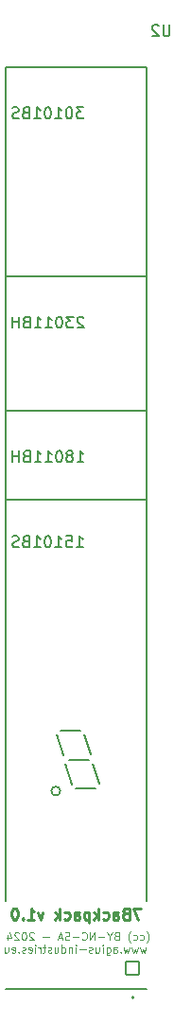
<source format=gbo>
%TF.GenerationSoftware,KiCad,Pcbnew,6.0.11*%
%TF.CreationDate,2024-07-26T21:25:56+01:00*%
%TF.ProjectId,7Backpack,37426163-6b70-4616-936b-2e6b69636164,rev?*%
%TF.SameCoordinates,Original*%
%TF.FileFunction,Legend,Bot*%
%TF.FilePolarity,Positive*%
%FSLAX46Y46*%
G04 Gerber Fmt 4.6, Leading zero omitted, Abs format (unit mm)*
G04 Created by KiCad (PCBNEW 6.0.11) date 2024-07-26 21:25:56*
%MOMM*%
%LPD*%
G01*
G04 APERTURE LIST*
G04 Aperture macros list*
%AMRoundRect*
0 Rectangle with rounded corners*
0 $1 Rounding radius*
0 $2 $3 $4 $5 $6 $7 $8 $9 X,Y pos of 4 corners*
0 Add a 4 corners polygon primitive as box body*
4,1,4,$2,$3,$4,$5,$6,$7,$8,$9,$2,$3,0*
0 Add four circle primitives for the rounded corners*
1,1,$1+$1,$2,$3*
1,1,$1+$1,$4,$5*
1,1,$1+$1,$6,$7*
1,1,$1+$1,$8,$9*
0 Add four rect primitives between the rounded corners*
20,1,$1+$1,$2,$3,$4,$5,0*
20,1,$1+$1,$4,$5,$6,$7,0*
20,1,$1+$1,$6,$7,$8,$9,0*
20,1,$1+$1,$8,$9,$2,$3,0*%
G04 Aperture macros list end*
%ADD10C,0.120000*%
%ADD11C,0.250000*%
%ADD12C,0.150000*%
%ADD13C,0.127000*%
%ADD14C,0.200000*%
%ADD15R,1.700000X1.700000*%
%ADD16O,1.700000X1.700000*%
%ADD17RoundRect,0.102000X0.609000X-0.609000X0.609000X0.609000X-0.609000X0.609000X-0.609000X-0.609000X0*%
%ADD18C,1.422000*%
G04 APERTURE END LIST*
D10*
X111723788Y-130194833D02*
X111757121Y-130161500D01*
X111823788Y-130061500D01*
X111857121Y-129994833D01*
X111890454Y-129894833D01*
X111923788Y-129728166D01*
X111923788Y-129594833D01*
X111890454Y-129428166D01*
X111857121Y-129328166D01*
X111823788Y-129261500D01*
X111757121Y-129161500D01*
X111723788Y-129128166D01*
X111157121Y-129894833D02*
X111223788Y-129928166D01*
X111357121Y-129928166D01*
X111423788Y-129894833D01*
X111457121Y-129861500D01*
X111490454Y-129794833D01*
X111490454Y-129594833D01*
X111457121Y-129528166D01*
X111423788Y-129494833D01*
X111357121Y-129461500D01*
X111223788Y-129461500D01*
X111157121Y-129494833D01*
X110557121Y-129894833D02*
X110623788Y-129928166D01*
X110757121Y-129928166D01*
X110823788Y-129894833D01*
X110857121Y-129861500D01*
X110890454Y-129794833D01*
X110890454Y-129594833D01*
X110857121Y-129528166D01*
X110823788Y-129494833D01*
X110757121Y-129461500D01*
X110623788Y-129461500D01*
X110557121Y-129494833D01*
X110323788Y-130194833D02*
X110290454Y-130161500D01*
X110223788Y-130061500D01*
X110190454Y-129994833D01*
X110157121Y-129894833D01*
X110123788Y-129728166D01*
X110123788Y-129594833D01*
X110157121Y-129428166D01*
X110190454Y-129328166D01*
X110223788Y-129261500D01*
X110290454Y-129161500D01*
X110323788Y-129128166D01*
X109023788Y-129561500D02*
X108923788Y-129594833D01*
X108890454Y-129628166D01*
X108857121Y-129694833D01*
X108857121Y-129794833D01*
X108890454Y-129861500D01*
X108923788Y-129894833D01*
X108990454Y-129928166D01*
X109257121Y-129928166D01*
X109257121Y-129228166D01*
X109023788Y-129228166D01*
X108957121Y-129261500D01*
X108923788Y-129294833D01*
X108890454Y-129361500D01*
X108890454Y-129428166D01*
X108923788Y-129494833D01*
X108957121Y-129528166D01*
X109023788Y-129561500D01*
X109257121Y-129561500D01*
X108423788Y-129594833D02*
X108423788Y-129928166D01*
X108657121Y-129228166D02*
X108423788Y-129594833D01*
X108190454Y-129228166D01*
X107957121Y-129661500D02*
X107423788Y-129661500D01*
X107090454Y-129928166D02*
X107090454Y-129228166D01*
X106690454Y-129928166D01*
X106690454Y-129228166D01*
X105957121Y-129861500D02*
X105990454Y-129894833D01*
X106090454Y-129928166D01*
X106157121Y-129928166D01*
X106257121Y-129894833D01*
X106323788Y-129828166D01*
X106357121Y-129761500D01*
X106390454Y-129628166D01*
X106390454Y-129528166D01*
X106357121Y-129394833D01*
X106323788Y-129328166D01*
X106257121Y-129261500D01*
X106157121Y-129228166D01*
X106090454Y-129228166D01*
X105990454Y-129261500D01*
X105957121Y-129294833D01*
X105657121Y-129661500D02*
X105123788Y-129661500D01*
X104823788Y-129894833D02*
X104723788Y-129928166D01*
X104557121Y-129928166D01*
X104490454Y-129894833D01*
X104457121Y-129861500D01*
X104423788Y-129794833D01*
X104423788Y-129728166D01*
X104457121Y-129661500D01*
X104490454Y-129628166D01*
X104557121Y-129594833D01*
X104690454Y-129561500D01*
X104757121Y-129528166D01*
X104790454Y-129494833D01*
X104823788Y-129428166D01*
X104823788Y-129361500D01*
X104790454Y-129294833D01*
X104757121Y-129261500D01*
X104690454Y-129228166D01*
X104523788Y-129228166D01*
X104423788Y-129261500D01*
X104157121Y-129728166D02*
X103823788Y-129728166D01*
X104223788Y-129928166D02*
X103990454Y-129228166D01*
X103757121Y-129928166D01*
X102990454Y-129661500D02*
X102457121Y-129661500D01*
X101623788Y-129294833D02*
X101590454Y-129261500D01*
X101523788Y-129228166D01*
X101357121Y-129228166D01*
X101290454Y-129261500D01*
X101257121Y-129294833D01*
X101223788Y-129361500D01*
X101223788Y-129428166D01*
X101257121Y-129528166D01*
X101657121Y-129928166D01*
X101223788Y-129928166D01*
X100790454Y-129228166D02*
X100723788Y-129228166D01*
X100657121Y-129261500D01*
X100623788Y-129294833D01*
X100590454Y-129361500D01*
X100557121Y-129494833D01*
X100557121Y-129661500D01*
X100590454Y-129794833D01*
X100623788Y-129861500D01*
X100657121Y-129894833D01*
X100723788Y-129928166D01*
X100790454Y-129928166D01*
X100857121Y-129894833D01*
X100890454Y-129861500D01*
X100923788Y-129794833D01*
X100957121Y-129661500D01*
X100957121Y-129494833D01*
X100923788Y-129361500D01*
X100890454Y-129294833D01*
X100857121Y-129261500D01*
X100790454Y-129228166D01*
X100290454Y-129294833D02*
X100257121Y-129261500D01*
X100190454Y-129228166D01*
X100023788Y-129228166D01*
X99957121Y-129261500D01*
X99923788Y-129294833D01*
X99890454Y-129361500D01*
X99890454Y-129428166D01*
X99923788Y-129528166D01*
X100323788Y-129928166D01*
X99890454Y-129928166D01*
X99290454Y-129461500D02*
X99290454Y-129928166D01*
X99457121Y-129194833D02*
X99623788Y-129694833D01*
X99190454Y-129694833D01*
X111673788Y-130588500D02*
X111540454Y-131055166D01*
X111407121Y-130721833D01*
X111273788Y-131055166D01*
X111140454Y-130588500D01*
X110940454Y-130588500D02*
X110807121Y-131055166D01*
X110673788Y-130721833D01*
X110540454Y-131055166D01*
X110407121Y-130588500D01*
X110207121Y-130588500D02*
X110073788Y-131055166D01*
X109940454Y-130721833D01*
X109807121Y-131055166D01*
X109673788Y-130588500D01*
X109407121Y-130988500D02*
X109373788Y-131021833D01*
X109407121Y-131055166D01*
X109440454Y-131021833D01*
X109407121Y-130988500D01*
X109407121Y-131055166D01*
X108773788Y-131055166D02*
X108773788Y-130688500D01*
X108807121Y-130621833D01*
X108873788Y-130588500D01*
X109007121Y-130588500D01*
X109073788Y-130621833D01*
X108773788Y-131021833D02*
X108840454Y-131055166D01*
X109007121Y-131055166D01*
X109073788Y-131021833D01*
X109107121Y-130955166D01*
X109107121Y-130888500D01*
X109073788Y-130821833D01*
X109007121Y-130788500D01*
X108840454Y-130788500D01*
X108773788Y-130755166D01*
X108140454Y-130588500D02*
X108140454Y-131155166D01*
X108173788Y-131221833D01*
X108207121Y-131255166D01*
X108273788Y-131288500D01*
X108373788Y-131288500D01*
X108440454Y-131255166D01*
X108140454Y-131021833D02*
X108207121Y-131055166D01*
X108340454Y-131055166D01*
X108407121Y-131021833D01*
X108440454Y-130988500D01*
X108473788Y-130921833D01*
X108473788Y-130721833D01*
X108440454Y-130655166D01*
X108407121Y-130621833D01*
X108340454Y-130588500D01*
X108207121Y-130588500D01*
X108140454Y-130621833D01*
X107807121Y-131055166D02*
X107807121Y-130588500D01*
X107807121Y-130355166D02*
X107840454Y-130388500D01*
X107807121Y-130421833D01*
X107773788Y-130388500D01*
X107807121Y-130355166D01*
X107807121Y-130421833D01*
X107173788Y-130588500D02*
X107173788Y-131055166D01*
X107473788Y-130588500D02*
X107473788Y-130955166D01*
X107440454Y-131021833D01*
X107373788Y-131055166D01*
X107273788Y-131055166D01*
X107207121Y-131021833D01*
X107173788Y-130988500D01*
X106873788Y-131021833D02*
X106807121Y-131055166D01*
X106673788Y-131055166D01*
X106607121Y-131021833D01*
X106573788Y-130955166D01*
X106573788Y-130921833D01*
X106607121Y-130855166D01*
X106673788Y-130821833D01*
X106773788Y-130821833D01*
X106840454Y-130788500D01*
X106873788Y-130721833D01*
X106873788Y-130688500D01*
X106840454Y-130621833D01*
X106773788Y-130588500D01*
X106673788Y-130588500D01*
X106607121Y-130621833D01*
X106273788Y-130788500D02*
X105740454Y-130788500D01*
X105407121Y-131055166D02*
X105407121Y-130588500D01*
X105407121Y-130355166D02*
X105440454Y-130388500D01*
X105407121Y-130421833D01*
X105373788Y-130388500D01*
X105407121Y-130355166D01*
X105407121Y-130421833D01*
X105073788Y-130588500D02*
X105073788Y-131055166D01*
X105073788Y-130655166D02*
X105040454Y-130621833D01*
X104973788Y-130588500D01*
X104873788Y-130588500D01*
X104807121Y-130621833D01*
X104773788Y-130688500D01*
X104773788Y-131055166D01*
X104140454Y-131055166D02*
X104140454Y-130355166D01*
X104140454Y-131021833D02*
X104207121Y-131055166D01*
X104340454Y-131055166D01*
X104407121Y-131021833D01*
X104440454Y-130988500D01*
X104473788Y-130921833D01*
X104473788Y-130721833D01*
X104440454Y-130655166D01*
X104407121Y-130621833D01*
X104340454Y-130588500D01*
X104207121Y-130588500D01*
X104140454Y-130621833D01*
X103507121Y-130588500D02*
X103507121Y-131055166D01*
X103807121Y-130588500D02*
X103807121Y-130955166D01*
X103773788Y-131021833D01*
X103707121Y-131055166D01*
X103607121Y-131055166D01*
X103540454Y-131021833D01*
X103507121Y-130988500D01*
X103207121Y-131021833D02*
X103140454Y-131055166D01*
X103007121Y-131055166D01*
X102940454Y-131021833D01*
X102907121Y-130955166D01*
X102907121Y-130921833D01*
X102940454Y-130855166D01*
X103007121Y-130821833D01*
X103107121Y-130821833D01*
X103173788Y-130788500D01*
X103207121Y-130721833D01*
X103207121Y-130688500D01*
X103173788Y-130621833D01*
X103107121Y-130588500D01*
X103007121Y-130588500D01*
X102940454Y-130621833D01*
X102707121Y-130588500D02*
X102440454Y-130588500D01*
X102607121Y-130355166D02*
X102607121Y-130955166D01*
X102573788Y-131021833D01*
X102507121Y-131055166D01*
X102440454Y-131055166D01*
X102207121Y-131055166D02*
X102207121Y-130588500D01*
X102207121Y-130721833D02*
X102173788Y-130655166D01*
X102140454Y-130621833D01*
X102073788Y-130588500D01*
X102007121Y-130588500D01*
X101773788Y-131055166D02*
X101773788Y-130588500D01*
X101773788Y-130355166D02*
X101807121Y-130388500D01*
X101773788Y-130421833D01*
X101740454Y-130388500D01*
X101773788Y-130355166D01*
X101773788Y-130421833D01*
X101173788Y-131021833D02*
X101240454Y-131055166D01*
X101373788Y-131055166D01*
X101440454Y-131021833D01*
X101473788Y-130955166D01*
X101473788Y-130688500D01*
X101440454Y-130621833D01*
X101373788Y-130588500D01*
X101240454Y-130588500D01*
X101173788Y-130621833D01*
X101140454Y-130688500D01*
X101140454Y-130755166D01*
X101473788Y-130821833D01*
X100873788Y-131021833D02*
X100807121Y-131055166D01*
X100673788Y-131055166D01*
X100607121Y-131021833D01*
X100573788Y-130955166D01*
X100573788Y-130921833D01*
X100607121Y-130855166D01*
X100673788Y-130821833D01*
X100773788Y-130821833D01*
X100840454Y-130788500D01*
X100873788Y-130721833D01*
X100873788Y-130688500D01*
X100840454Y-130621833D01*
X100773788Y-130588500D01*
X100673788Y-130588500D01*
X100607121Y-130621833D01*
X100273788Y-130988500D02*
X100240454Y-131021833D01*
X100273788Y-131055166D01*
X100307121Y-131021833D01*
X100273788Y-130988500D01*
X100273788Y-131055166D01*
X99673788Y-131021833D02*
X99740454Y-131055166D01*
X99873788Y-131055166D01*
X99940454Y-131021833D01*
X99973788Y-130955166D01*
X99973788Y-130688500D01*
X99940454Y-130621833D01*
X99873788Y-130588500D01*
X99740454Y-130588500D01*
X99673788Y-130621833D01*
X99640454Y-130688500D01*
X99640454Y-130755166D01*
X99973788Y-130821833D01*
X99040454Y-130588500D02*
X99040454Y-131055166D01*
X99340454Y-130588500D02*
X99340454Y-130955166D01*
X99307121Y-131021833D01*
X99240454Y-131055166D01*
X99140454Y-131055166D01*
X99073788Y-131021833D01*
X99040454Y-130988500D01*
D11*
X111219523Y-127087380D02*
X110552857Y-127087380D01*
X110981428Y-128087380D01*
X109838571Y-127563571D02*
X109695714Y-127611190D01*
X109648095Y-127658809D01*
X109600476Y-127754047D01*
X109600476Y-127896904D01*
X109648095Y-127992142D01*
X109695714Y-128039761D01*
X109790952Y-128087380D01*
X110171904Y-128087380D01*
X110171904Y-127087380D01*
X109838571Y-127087380D01*
X109743333Y-127135000D01*
X109695714Y-127182619D01*
X109648095Y-127277857D01*
X109648095Y-127373095D01*
X109695714Y-127468333D01*
X109743333Y-127515952D01*
X109838571Y-127563571D01*
X110171904Y-127563571D01*
X108743333Y-128087380D02*
X108743333Y-127563571D01*
X108790952Y-127468333D01*
X108886190Y-127420714D01*
X109076666Y-127420714D01*
X109171904Y-127468333D01*
X108743333Y-128039761D02*
X108838571Y-128087380D01*
X109076666Y-128087380D01*
X109171904Y-128039761D01*
X109219523Y-127944523D01*
X109219523Y-127849285D01*
X109171904Y-127754047D01*
X109076666Y-127706428D01*
X108838571Y-127706428D01*
X108743333Y-127658809D01*
X107838571Y-128039761D02*
X107933809Y-128087380D01*
X108124285Y-128087380D01*
X108219523Y-128039761D01*
X108267142Y-127992142D01*
X108314761Y-127896904D01*
X108314761Y-127611190D01*
X108267142Y-127515952D01*
X108219523Y-127468333D01*
X108124285Y-127420714D01*
X107933809Y-127420714D01*
X107838571Y-127468333D01*
X107410000Y-128087380D02*
X107410000Y-127087380D01*
X107314761Y-127706428D02*
X107029047Y-128087380D01*
X107029047Y-127420714D02*
X107410000Y-127801666D01*
X106600476Y-127420714D02*
X106600476Y-128420714D01*
X106600476Y-127468333D02*
X106505238Y-127420714D01*
X106314761Y-127420714D01*
X106219523Y-127468333D01*
X106171904Y-127515952D01*
X106124285Y-127611190D01*
X106124285Y-127896904D01*
X106171904Y-127992142D01*
X106219523Y-128039761D01*
X106314761Y-128087380D01*
X106505238Y-128087380D01*
X106600476Y-128039761D01*
X105267142Y-128087380D02*
X105267142Y-127563571D01*
X105314761Y-127468333D01*
X105410000Y-127420714D01*
X105600476Y-127420714D01*
X105695714Y-127468333D01*
X105267142Y-128039761D02*
X105362380Y-128087380D01*
X105600476Y-128087380D01*
X105695714Y-128039761D01*
X105743333Y-127944523D01*
X105743333Y-127849285D01*
X105695714Y-127754047D01*
X105600476Y-127706428D01*
X105362380Y-127706428D01*
X105267142Y-127658809D01*
X104362380Y-128039761D02*
X104457619Y-128087380D01*
X104648095Y-128087380D01*
X104743333Y-128039761D01*
X104790952Y-127992142D01*
X104838571Y-127896904D01*
X104838571Y-127611190D01*
X104790952Y-127515952D01*
X104743333Y-127468333D01*
X104648095Y-127420714D01*
X104457619Y-127420714D01*
X104362380Y-127468333D01*
X103933809Y-128087380D02*
X103933809Y-127087380D01*
X103838571Y-127706428D02*
X103552857Y-128087380D01*
X103552857Y-127420714D02*
X103933809Y-127801666D01*
X102457619Y-127420714D02*
X102219523Y-128087380D01*
X101981428Y-127420714D01*
X101076666Y-128087380D02*
X101648095Y-128087380D01*
X101362380Y-128087380D02*
X101362380Y-127087380D01*
X101457619Y-127230238D01*
X101552857Y-127325476D01*
X101648095Y-127373095D01*
X100648095Y-127992142D02*
X100600476Y-128039761D01*
X100648095Y-128087380D01*
X100695714Y-128039761D01*
X100648095Y-127992142D01*
X100648095Y-128087380D01*
X99981428Y-127087380D02*
X99886190Y-127087380D01*
X99790952Y-127135000D01*
X99743333Y-127182619D01*
X99695714Y-127277857D01*
X99648095Y-127468333D01*
X99648095Y-127706428D01*
X99695714Y-127896904D01*
X99743333Y-127992142D01*
X99790952Y-128039761D01*
X99886190Y-128087380D01*
X99981428Y-128087380D01*
X100076666Y-128039761D01*
X100124285Y-127992142D01*
X100171904Y-127896904D01*
X100219523Y-127706428D01*
X100219523Y-127468333D01*
X100171904Y-127277857D01*
X100124285Y-127182619D01*
X100076666Y-127135000D01*
X99981428Y-127087380D01*
D12*
%TO.C,U2*%
X113791904Y-48060880D02*
X113791904Y-48870404D01*
X113744285Y-48965642D01*
X113696666Y-49013261D01*
X113601428Y-49060880D01*
X113410952Y-49060880D01*
X113315714Y-49013261D01*
X113268095Y-48965642D01*
X113220476Y-48870404D01*
X113220476Y-48060880D01*
X112791904Y-48156119D02*
X112744285Y-48108500D01*
X112649047Y-48060880D01*
X112410952Y-48060880D01*
X112315714Y-48108500D01*
X112268095Y-48156119D01*
X112220476Y-48251357D01*
X112220476Y-48346595D01*
X112268095Y-48489452D01*
X112839523Y-49060880D01*
X112220476Y-49060880D01*
X106084285Y-55420880D02*
X105465238Y-55420880D01*
X105798571Y-55801833D01*
X105655714Y-55801833D01*
X105560476Y-55849452D01*
X105512857Y-55897071D01*
X105465238Y-55992309D01*
X105465238Y-56230404D01*
X105512857Y-56325642D01*
X105560476Y-56373261D01*
X105655714Y-56420880D01*
X105941428Y-56420880D01*
X106036666Y-56373261D01*
X106084285Y-56325642D01*
X104846190Y-55420880D02*
X104750952Y-55420880D01*
X104655714Y-55468500D01*
X104608095Y-55516119D01*
X104560476Y-55611357D01*
X104512857Y-55801833D01*
X104512857Y-56039928D01*
X104560476Y-56230404D01*
X104608095Y-56325642D01*
X104655714Y-56373261D01*
X104750952Y-56420880D01*
X104846190Y-56420880D01*
X104941428Y-56373261D01*
X104989047Y-56325642D01*
X105036666Y-56230404D01*
X105084285Y-56039928D01*
X105084285Y-55801833D01*
X105036666Y-55611357D01*
X104989047Y-55516119D01*
X104941428Y-55468500D01*
X104846190Y-55420880D01*
X103560476Y-56420880D02*
X104131904Y-56420880D01*
X103846190Y-56420880D02*
X103846190Y-55420880D01*
X103941428Y-55563738D01*
X104036666Y-55658976D01*
X104131904Y-55706595D01*
X102941428Y-55420880D02*
X102846190Y-55420880D01*
X102750952Y-55468500D01*
X102703333Y-55516119D01*
X102655714Y-55611357D01*
X102608095Y-55801833D01*
X102608095Y-56039928D01*
X102655714Y-56230404D01*
X102703333Y-56325642D01*
X102750952Y-56373261D01*
X102846190Y-56420880D01*
X102941428Y-56420880D01*
X103036666Y-56373261D01*
X103084285Y-56325642D01*
X103131904Y-56230404D01*
X103179523Y-56039928D01*
X103179523Y-55801833D01*
X103131904Y-55611357D01*
X103084285Y-55516119D01*
X103036666Y-55468500D01*
X102941428Y-55420880D01*
X101655714Y-56420880D02*
X102227142Y-56420880D01*
X101941428Y-56420880D02*
X101941428Y-55420880D01*
X102036666Y-55563738D01*
X102131904Y-55658976D01*
X102227142Y-55706595D01*
X100893809Y-55897071D02*
X100750952Y-55944690D01*
X100703333Y-55992309D01*
X100655714Y-56087547D01*
X100655714Y-56230404D01*
X100703333Y-56325642D01*
X100750952Y-56373261D01*
X100846190Y-56420880D01*
X101227142Y-56420880D01*
X101227142Y-55420880D01*
X100893809Y-55420880D01*
X100798571Y-55468500D01*
X100750952Y-55516119D01*
X100703333Y-55611357D01*
X100703333Y-55706595D01*
X100750952Y-55801833D01*
X100798571Y-55849452D01*
X100893809Y-55897071D01*
X101227142Y-55897071D01*
X100274761Y-56373261D02*
X100131904Y-56420880D01*
X99893809Y-56420880D01*
X99798571Y-56373261D01*
X99750952Y-56325642D01*
X99703333Y-56230404D01*
X99703333Y-56135166D01*
X99750952Y-56039928D01*
X99798571Y-55992309D01*
X99893809Y-55944690D01*
X100084285Y-55897071D01*
X100179523Y-55849452D01*
X100227142Y-55801833D01*
X100274761Y-55706595D01*
X100274761Y-55611357D01*
X100227142Y-55516119D01*
X100179523Y-55468500D01*
X100084285Y-55420880D01*
X99846190Y-55420880D01*
X99703333Y-55468500D01*
X106084285Y-74256119D02*
X106036666Y-74208500D01*
X105941428Y-74160880D01*
X105703333Y-74160880D01*
X105608095Y-74208500D01*
X105560476Y-74256119D01*
X105512857Y-74351357D01*
X105512857Y-74446595D01*
X105560476Y-74589452D01*
X106131904Y-75160880D01*
X105512857Y-75160880D01*
X105179523Y-74160880D02*
X104560476Y-74160880D01*
X104893809Y-74541833D01*
X104750952Y-74541833D01*
X104655714Y-74589452D01*
X104608095Y-74637071D01*
X104560476Y-74732309D01*
X104560476Y-74970404D01*
X104608095Y-75065642D01*
X104655714Y-75113261D01*
X104750952Y-75160880D01*
X105036666Y-75160880D01*
X105131904Y-75113261D01*
X105179523Y-75065642D01*
X103941428Y-74160880D02*
X103846190Y-74160880D01*
X103750952Y-74208500D01*
X103703333Y-74256119D01*
X103655714Y-74351357D01*
X103608095Y-74541833D01*
X103608095Y-74779928D01*
X103655714Y-74970404D01*
X103703333Y-75065642D01*
X103750952Y-75113261D01*
X103846190Y-75160880D01*
X103941428Y-75160880D01*
X104036666Y-75113261D01*
X104084285Y-75065642D01*
X104131904Y-74970404D01*
X104179523Y-74779928D01*
X104179523Y-74541833D01*
X104131904Y-74351357D01*
X104084285Y-74256119D01*
X104036666Y-74208500D01*
X103941428Y-74160880D01*
X102655714Y-75160880D02*
X103227142Y-75160880D01*
X102941428Y-75160880D02*
X102941428Y-74160880D01*
X103036666Y-74303738D01*
X103131904Y-74398976D01*
X103227142Y-74446595D01*
X101703333Y-75160880D02*
X102274761Y-75160880D01*
X101989047Y-75160880D02*
X101989047Y-74160880D01*
X102084285Y-74303738D01*
X102179523Y-74398976D01*
X102274761Y-74446595D01*
X100941428Y-74637071D02*
X100798571Y-74684690D01*
X100750952Y-74732309D01*
X100703333Y-74827547D01*
X100703333Y-74970404D01*
X100750952Y-75065642D01*
X100798571Y-75113261D01*
X100893809Y-75160880D01*
X101274761Y-75160880D01*
X101274761Y-74160880D01*
X100941428Y-74160880D01*
X100846190Y-74208500D01*
X100798571Y-74256119D01*
X100750952Y-74351357D01*
X100750952Y-74446595D01*
X100798571Y-74541833D01*
X100846190Y-74589452D01*
X100941428Y-74637071D01*
X101274761Y-74637071D01*
X100274761Y-75160880D02*
X100274761Y-74160880D01*
X100274761Y-74637071D02*
X99703333Y-74637071D01*
X99703333Y-75160880D02*
X99703333Y-74160880D01*
X105512857Y-87160880D02*
X106084285Y-87160880D01*
X105798571Y-87160880D02*
X105798571Y-86160880D01*
X105893809Y-86303738D01*
X105989047Y-86398976D01*
X106084285Y-86446595D01*
X104941428Y-86589452D02*
X105036666Y-86541833D01*
X105084285Y-86494214D01*
X105131904Y-86398976D01*
X105131904Y-86351357D01*
X105084285Y-86256119D01*
X105036666Y-86208500D01*
X104941428Y-86160880D01*
X104750952Y-86160880D01*
X104655714Y-86208500D01*
X104608095Y-86256119D01*
X104560476Y-86351357D01*
X104560476Y-86398976D01*
X104608095Y-86494214D01*
X104655714Y-86541833D01*
X104750952Y-86589452D01*
X104941428Y-86589452D01*
X105036666Y-86637071D01*
X105084285Y-86684690D01*
X105131904Y-86779928D01*
X105131904Y-86970404D01*
X105084285Y-87065642D01*
X105036666Y-87113261D01*
X104941428Y-87160880D01*
X104750952Y-87160880D01*
X104655714Y-87113261D01*
X104608095Y-87065642D01*
X104560476Y-86970404D01*
X104560476Y-86779928D01*
X104608095Y-86684690D01*
X104655714Y-86637071D01*
X104750952Y-86589452D01*
X103941428Y-86160880D02*
X103846190Y-86160880D01*
X103750952Y-86208500D01*
X103703333Y-86256119D01*
X103655714Y-86351357D01*
X103608095Y-86541833D01*
X103608095Y-86779928D01*
X103655714Y-86970404D01*
X103703333Y-87065642D01*
X103750952Y-87113261D01*
X103846190Y-87160880D01*
X103941428Y-87160880D01*
X104036666Y-87113261D01*
X104084285Y-87065642D01*
X104131904Y-86970404D01*
X104179523Y-86779928D01*
X104179523Y-86541833D01*
X104131904Y-86351357D01*
X104084285Y-86256119D01*
X104036666Y-86208500D01*
X103941428Y-86160880D01*
X102655714Y-87160880D02*
X103227142Y-87160880D01*
X102941428Y-87160880D02*
X102941428Y-86160880D01*
X103036666Y-86303738D01*
X103131904Y-86398976D01*
X103227142Y-86446595D01*
X101703333Y-87160880D02*
X102274761Y-87160880D01*
X101989047Y-87160880D02*
X101989047Y-86160880D01*
X102084285Y-86303738D01*
X102179523Y-86398976D01*
X102274761Y-86446595D01*
X100941428Y-86637071D02*
X100798571Y-86684690D01*
X100750952Y-86732309D01*
X100703333Y-86827547D01*
X100703333Y-86970404D01*
X100750952Y-87065642D01*
X100798571Y-87113261D01*
X100893809Y-87160880D01*
X101274761Y-87160880D01*
X101274761Y-86160880D01*
X100941428Y-86160880D01*
X100846190Y-86208500D01*
X100798571Y-86256119D01*
X100750952Y-86351357D01*
X100750952Y-86446595D01*
X100798571Y-86541833D01*
X100846190Y-86589452D01*
X100941428Y-86637071D01*
X101274761Y-86637071D01*
X100274761Y-87160880D02*
X100274761Y-86160880D01*
X100274761Y-86637071D02*
X99703333Y-86637071D01*
X99703333Y-87160880D02*
X99703333Y-86160880D01*
X105465238Y-94780880D02*
X106036666Y-94780880D01*
X105750952Y-94780880D02*
X105750952Y-93780880D01*
X105846190Y-93923738D01*
X105941428Y-94018976D01*
X106036666Y-94066595D01*
X104560476Y-93780880D02*
X105036666Y-93780880D01*
X105084285Y-94257071D01*
X105036666Y-94209452D01*
X104941428Y-94161833D01*
X104703333Y-94161833D01*
X104608095Y-94209452D01*
X104560476Y-94257071D01*
X104512857Y-94352309D01*
X104512857Y-94590404D01*
X104560476Y-94685642D01*
X104608095Y-94733261D01*
X104703333Y-94780880D01*
X104941428Y-94780880D01*
X105036666Y-94733261D01*
X105084285Y-94685642D01*
X103560476Y-94780880D02*
X104131904Y-94780880D01*
X103846190Y-94780880D02*
X103846190Y-93780880D01*
X103941428Y-93923738D01*
X104036666Y-94018976D01*
X104131904Y-94066595D01*
X102941428Y-93780880D02*
X102846190Y-93780880D01*
X102750952Y-93828500D01*
X102703333Y-93876119D01*
X102655714Y-93971357D01*
X102608095Y-94161833D01*
X102608095Y-94399928D01*
X102655714Y-94590404D01*
X102703333Y-94685642D01*
X102750952Y-94733261D01*
X102846190Y-94780880D01*
X102941428Y-94780880D01*
X103036666Y-94733261D01*
X103084285Y-94685642D01*
X103131904Y-94590404D01*
X103179523Y-94399928D01*
X103179523Y-94161833D01*
X103131904Y-93971357D01*
X103084285Y-93876119D01*
X103036666Y-93828500D01*
X102941428Y-93780880D01*
X101655714Y-94780880D02*
X102227142Y-94780880D01*
X101941428Y-94780880D02*
X101941428Y-93780880D01*
X102036666Y-93923738D01*
X102131904Y-94018976D01*
X102227142Y-94066595D01*
X100893809Y-94257071D02*
X100750952Y-94304690D01*
X100703333Y-94352309D01*
X100655714Y-94447547D01*
X100655714Y-94590404D01*
X100703333Y-94685642D01*
X100750952Y-94733261D01*
X100846190Y-94780880D01*
X101227142Y-94780880D01*
X101227142Y-93780880D01*
X100893809Y-93780880D01*
X100798571Y-93828500D01*
X100750952Y-93876119D01*
X100703333Y-93971357D01*
X100703333Y-94066595D01*
X100750952Y-94161833D01*
X100798571Y-94209452D01*
X100893809Y-94257071D01*
X101227142Y-94257071D01*
X100274761Y-94733261D02*
X100131904Y-94780880D01*
X99893809Y-94780880D01*
X99798571Y-94733261D01*
X99750952Y-94685642D01*
X99703333Y-94590404D01*
X99703333Y-94495166D01*
X99750952Y-94399928D01*
X99798571Y-94352309D01*
X99893809Y-94304690D01*
X100084285Y-94257071D01*
X100179523Y-94209452D01*
X100227142Y-94161833D01*
X100274761Y-94066595D01*
X100274761Y-93971357D01*
X100227142Y-93876119D01*
X100179523Y-93828500D01*
X100084285Y-93780880D01*
X99846190Y-93780880D01*
X99703333Y-93828500D01*
X105765598Y-111204375D02*
X103985034Y-111201091D01*
D13*
X111710000Y-134308500D02*
X99110000Y-134308500D01*
X99110000Y-70548500D02*
X111710000Y-70548500D01*
D12*
X106534001Y-113823348D02*
X104753437Y-113820064D01*
D13*
X99110000Y-90548500D02*
X111710000Y-90548500D01*
X99110000Y-82548500D02*
X111710000Y-82548500D01*
D12*
X105057480Y-115993739D02*
X104490115Y-114182655D01*
X104289077Y-113374766D02*
X103721712Y-111563682D01*
X107481084Y-115948648D02*
X106913719Y-114137564D01*
X106712681Y-113329675D02*
X106145316Y-111518591D01*
D13*
X111710000Y-51808500D02*
X111710000Y-126428500D01*
X99110000Y-51808500D02*
X111710000Y-51808500D01*
D12*
X107196899Y-116387827D02*
X105416335Y-116384543D01*
D13*
X99110000Y-126428500D02*
X99110000Y-51808500D01*
D14*
X110590000Y-135058500D02*
G75*
G03*
X110590000Y-135058500I-100000J0D01*
G01*
D12*
X104005316Y-116598591D02*
G75*
G03*
X104005316Y-116598591I-400000J0D01*
G01*
%TD*%
%LPC*%
D15*
%TO.C,J1*%
X100965000Y-110490000D03*
D16*
X100965000Y-113030000D03*
X100965000Y-115570000D03*
X100965000Y-118110000D03*
X100965000Y-120650000D03*
X100965000Y-123190000D03*
%TD*%
D15*
%TO.C,J2*%
X109855000Y-123190000D03*
D16*
X109855000Y-120650000D03*
X109855000Y-118110000D03*
X109855000Y-115570000D03*
X109855000Y-113030000D03*
X109855000Y-110490000D03*
%TD*%
D17*
%TO.C,U2*%
X110490000Y-132428500D03*
D18*
X107950000Y-132428500D03*
X105410000Y-132428500D03*
X102870000Y-132428500D03*
X100330000Y-132428500D03*
X100330000Y-84428500D03*
X100330000Y-72428500D03*
X100330000Y-92428500D03*
X100330000Y-53688500D03*
X102870000Y-84428500D03*
X102870000Y-53688500D03*
X102870000Y-72428500D03*
X102870000Y-92428500D03*
X105410000Y-84428500D03*
X105410000Y-53688500D03*
X105410000Y-72428500D03*
X105410000Y-92428500D03*
X107950000Y-53688500D03*
X107950000Y-92428500D03*
X107950000Y-72428500D03*
X107950000Y-84428500D03*
X110490000Y-84428500D03*
X110490000Y-92428500D03*
X110490000Y-72428500D03*
X110490000Y-53688500D03*
%TD*%
M02*

</source>
